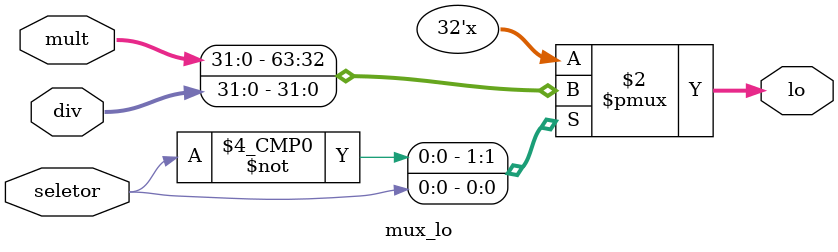
<source format=v>
module mux_lo(
input wire seletor,
input wire [31:0] mult,
input wire [31:0] div,
output reg [31:0] lo
);

always @ (*) begin
	case (seletor)
		1'd0: begin
			lo = mult;
		end
		1'd1: begin
			lo = div;
		end
	endcase
end
	
endmodule
</source>
